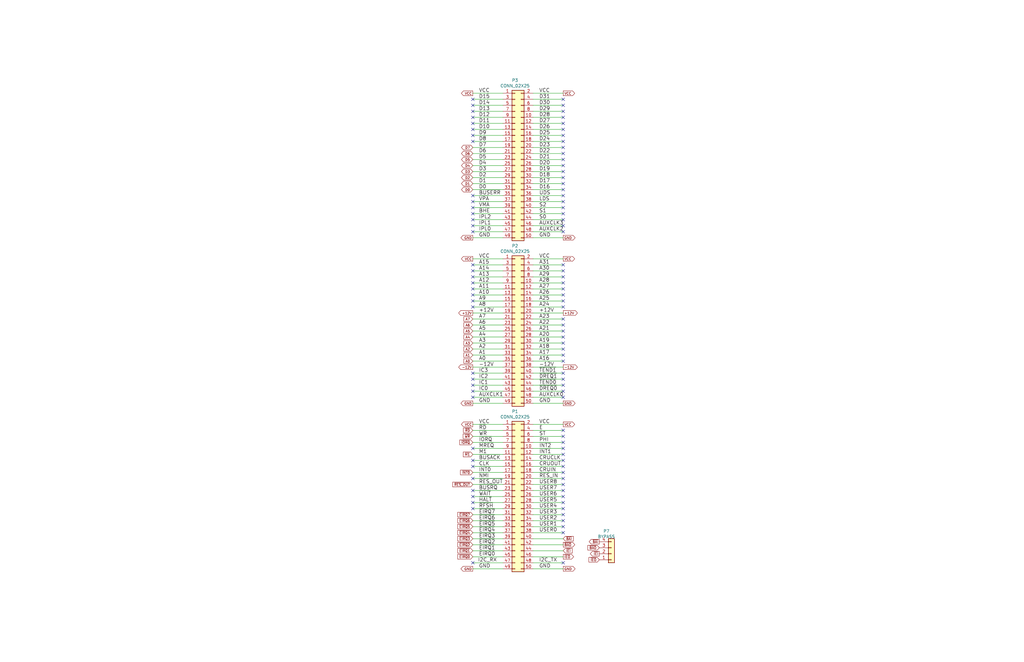
<source format=kicad_sch>
(kicad_sch (version 20211123) (generator eeschema)
  (paper "B")
  (lib_symbols
    (symbol "Connector_Generic:Conn_01x04" (pin_names (offset 1.016) hide)
      (property "Reference" "J" (at 0 5.08 0))
      (property "Value" "Conn_01x04" (at 0 -7.62 0))
      (symbol "Conn_01x04_1_1"
        (rectangle (start -1.27 -4.953) (end 0 -5.207) (stroke (width 0.1524)))
        (rectangle (start -1.27 -2.413) (end 0 -2.667) (stroke (width 0.1524)))
        (rectangle (start -1.27 0.127) (end 0 -0.127) (stroke (width 0.1524)))
        (rectangle (start -1.27 2.667) (end 0 2.413) (stroke (width 0.1524)))
        (rectangle (start -1.27 3.81) (end 1.27 -6.35) (stroke (width 0.254)) (fill (type background)))
        (pin passive line (at -5.08 2.54 0) (length 3.81) (name "Pin_1") (number "1"))
        (pin passive line (at -5.08 0 0) (length 3.81) (name "Pin_2") (number "2"))
        (pin passive line (at -5.08 -2.54 0) (length 3.81) (name "Pin_3") (number "3"))
        (pin passive line (at -5.08 -5.08 0) (length 3.81) (name "Pin_4") (number "4"))
      )
    )
    (symbol "Connector_Generic:Conn_02x25_Odd_Even" (pin_names (offset 1.016) hide)
      (property "Reference" "J" (at 1.27 33.02 0))
      (property "Value" "Conn_02x25_Odd_Even" (at 1.27 -33.02 0))
      (symbol "Conn_02x25_Odd_Even_1_1"
        (rectangle (start -1.27 -30.353) (end 0 -30.607) (stroke (width 0.1524)))
        (rectangle (start -1.27 -27.813) (end 0 -28.067) (stroke (width 0.1524)))
        (rectangle (start -1.27 -25.273) (end 0 -25.527) (stroke (width 0.1524)))
        (rectangle (start -1.27 -22.733) (end 0 -22.987) (stroke (width 0.1524)))
        (rectangle (start -1.27 -20.193) (end 0 -20.447) (stroke (width 0.1524)))
        (rectangle (start -1.27 -17.653) (end 0 -17.907) (stroke (width 0.1524)))
        (rectangle (start -1.27 -15.113) (end 0 -15.367) (stroke (width 0.1524)))
        (rectangle (start -1.27 -12.573) (end 0 -12.827) (stroke (width 0.1524)))
        (rectangle (start -1.27 -10.033) (end 0 -10.287) (stroke (width 0.1524)))
        (rectangle (start -1.27 -7.493) (end 0 -7.747) (stroke (width 0.1524)))
        (rectangle (start -1.27 -4.953) (end 0 -5.207) (stroke (width 0.1524)))
        (rectangle (start -1.27 -2.413) (end 0 -2.667) (stroke (width 0.1524)))
        (rectangle (start -1.27 0.127) (end 0 -0.127) (stroke (width 0.1524)))
        (rectangle (start -1.27 2.667) (end 0 2.413) (stroke (width 0.1524)))
        (rectangle (start -1.27 5.207) (end 0 4.953) (stroke (width 0.1524)))
        (rectangle (start -1.27 7.747) (end 0 7.493) (stroke (width 0.1524)))
        (rectangle (start -1.27 10.287) (end 0 10.033) (stroke (width 0.1524)))
        (rectangle (start -1.27 12.827) (end 0 12.573) (stroke (width 0.1524)))
        (rectangle (start -1.27 15.367) (end 0 15.113) (stroke (width 0.1524)))
        (rectangle (start -1.27 17.907) (end 0 17.653) (stroke (width 0.1524)))
        (rectangle (start -1.27 20.447) (end 0 20.193) (stroke (width 0.1524)))
        (rectangle (start -1.27 22.987) (end 0 22.733) (stroke (width 0.1524)))
        (rectangle (start -1.27 25.527) (end 0 25.273) (stroke (width 0.1524)))
        (rectangle (start -1.27 28.067) (end 0 27.813) (stroke (width 0.1524)))
        (rectangle (start -1.27 30.607) (end 0 30.353) (stroke (width 0.1524)))
        (rectangle (start -1.27 31.75) (end 3.81 -31.75) (stroke (width 0.254)) (fill (type background)))
        (rectangle (start 3.81 -30.353) (end 2.54 -30.607) (stroke (width 0.1524)))
        (rectangle (start 3.81 -27.813) (end 2.54 -28.067) (stroke (width 0.1524)))
        (rectangle (start 3.81 -25.273) (end 2.54 -25.527) (stroke (width 0.1524)))
        (rectangle (start 3.81 -22.733) (end 2.54 -22.987) (stroke (width 0.1524)))
        (rectangle (start 3.81 -20.193) (end 2.54 -20.447) (stroke (width 0.1524)))
        (rectangle (start 3.81 -17.653) (end 2.54 -17.907) (stroke (width 0.1524)))
        (rectangle (start 3.81 -15.113) (end 2.54 -15.367) (stroke (width 0.1524)))
        (rectangle (start 3.81 -12.573) (end 2.54 -12.827) (stroke (width 0.1524)))
        (rectangle (start 3.81 -10.033) (end 2.54 -10.287) (stroke (width 0.1524)))
        (rectangle (start 3.81 -7.493) (end 2.54 -7.747) (stroke (width 0.1524)))
        (rectangle (start 3.81 -4.953) (end 2.54 -5.207) (stroke (width 0.1524)))
        (rectangle (start 3.81 -2.413) (end 2.54 -2.667) (stroke (width 0.1524)))
        (rectangle (start 3.81 0.127) (end 2.54 -0.127) (stroke (width 0.1524)))
        (rectangle (start 3.81 2.667) (end 2.54 2.413) (stroke (width 0.1524)))
        (rectangle (start 3.81 5.207) (end 2.54 4.953) (stroke (width 0.1524)))
        (rectangle (start 3.81 7.747) (end 2.54 7.493) (stroke (width 0.1524)))
        (rectangle (start 3.81 10.287) (end 2.54 10.033) (stroke (width 0.1524)))
        (rectangle (start 3.81 12.827) (end 2.54 12.573) (stroke (width 0.1524)))
        (rectangle (start 3.81 15.367) (end 2.54 15.113) (stroke (width 0.1524)))
        (rectangle (start 3.81 17.907) (end 2.54 17.653) (stroke (width 0.1524)))
        (rectangle (start 3.81 20.447) (end 2.54 20.193) (stroke (width 0.1524)))
        (rectangle (start 3.81 22.987) (end 2.54 22.733) (stroke (width 0.1524)))
        (rectangle (start 3.81 25.527) (end 2.54 25.273) (stroke (width 0.1524)))
        (rectangle (start 3.81 28.067) (end 2.54 27.813) (stroke (width 0.1524)))
        (rectangle (start 3.81 30.607) (end 2.54 30.353) (stroke (width 0.1524)))
        (pin passive line (at -5.08 30.48 0) (length 3.81) (name "Pin_1") (number "1"))
        (pin passive line (at 7.62 20.32 180) (length 3.81) (name "Pin_10") (number "10"))
        (pin passive line (at -5.08 17.78 0) (length 3.81) (name "Pin_11") (number "11"))
        (pin passive line (at 7.62 17.78 180) (length 3.81) (name "Pin_12") (number "12"))
        (pin passive line (at -5.08 15.24 0) (length 3.81) (name "Pin_13") (number "13"))
        (pin passive line (at 7.62 15.24 180) (length 3.81) (name "Pin_14") (number "14"))
        (pin passive line (at -5.08 12.7 0) (length 3.81) (name "Pin_15") (number "15"))
        (pin passive line (at 7.62 12.7 180) (length 3.81) (name "Pin_16") (number "16"))
        (pin passive line (at -5.08 10.16 0) (length 3.81) (name "Pin_17") (number "17"))
        (pin passive line (at 7.62 10.16 180) (length 3.81) (name "Pin_18") (number "18"))
        (pin passive line (at -5.08 7.62 0) (length 3.81) (name "Pin_19") (number "19"))
        (pin passive line (at 7.62 30.48 180) (length 3.81) (name "Pin_2") (number "2"))
        (pin passive line (at 7.62 7.62 180) (length 3.81) (name "Pin_20") (number "20"))
        (pin passive line (at -5.08 5.08 0) (length 3.81) (name "Pin_21") (number "21"))
        (pin passive line (at 7.62 5.08 180) (length 3.81) (name "Pin_22") (number "22"))
        (pin passive line (at -5.08 2.54 0) (length 3.81) (name "Pin_23") (number "23"))
        (pin passive line (at 7.62 2.54 180) (length 3.81) (name "Pin_24") (number "24"))
        (pin passive line (at -5.08 0 0) (length 3.81) (name "Pin_25") (number "25"))
        (pin passive line (at 7.62 0 180) (length 3.81) (name "Pin_26") (number "26"))
        (pin passive line (at -5.08 -2.54 0) (length 3.81) (name "Pin_27") (number "27"))
        (pin passive line (at 7.62 -2.54 180) (length 3.81) (name "Pin_28") (number "28"))
        (pin passive line (at -5.08 -5.08 0) (length 3.81) (name "Pin_29") (number "29"))
        (pin passive line (at -5.08 27.94 0) (length 3.81) (name "Pin_3") (number "3"))
        (pin passive line (at 7.62 -5.08 180) (length 3.81) (name "Pin_30") (number "30"))
        (pin passive line (at -5.08 -7.62 0) (length 3.81) (name "Pin_31") (number "31"))
        (pin passive line (at 7.62 -7.62 180) (length 3.81) (name "Pin_32") (number "32"))
        (pin passive line (at -5.08 -10.16 0) (length 3.81) (name "Pin_33") (number "33"))
        (pin passive line (at 7.62 -10.16 180) (length 3.81) (name "Pin_34") (number "34"))
        (pin passive line (at -5.08 -12.7 0) (length 3.81) (name "Pin_35") (number "35"))
        (pin passive line (at 7.62 -12.7 180) (length 3.81) (name "Pin_36") (number "36"))
        (pin passive line (at -5.08 -15.24 0) (length 3.81) (name "Pin_37") (number "37"))
        (pin passive line (at 7.62 -15.24 180) (length 3.81) (name "Pin_38") (number "38"))
        (pin passive line (at -5.08 -17.78 0) (length 3.81) (name "Pin_39") (number "39"))
        (pin passive line (at 7.62 27.94 180) (length 3.81) (name "Pin_4") (number "4"))
        (pin passive line (at 7.62 -17.78 180) (length 3.81) (name "Pin_40") (number "40"))
        (pin passive line (at -5.08 -20.32 0) (length 3.81) (name "Pin_41") (number "41"))
        (pin passive line (at 7.62 -20.32 180) (length 3.81) (name "Pin_42") (number "42"))
        (pin passive line (at -5.08 -22.86 0) (length 3.81) (name "Pin_43") (number "43"))
        (pin passive line (at 7.62 -22.86 180) (length 3.81) (name "Pin_44") (number "44"))
        (pin passive line (at -5.08 -25.4 0) (length 3.81) (name "Pin_45") (number "45"))
        (pin passive line (at 7.62 -25.4 180) (length 3.81) (name "Pin_46") (number "46"))
        (pin passive line (at -5.08 -27.94 0) (length 3.81) (name "Pin_47") (number "47"))
        (pin passive line (at 7.62 -27.94 180) (length 3.81) (name "Pin_48") (number "48"))
        (pin passive line (at -5.08 -30.48 0) (length 3.81) (name "Pin_49") (number "49"))
        (pin passive line (at -5.08 25.4 0) (length 3.81) (name "Pin_5") (number "5"))
        (pin passive line (at 7.62 -30.48 180) (length 3.81) (name "Pin_50") (number "50"))
        (pin passive line (at 7.62 25.4 180) (length 3.81) (name "Pin_6") (number "6"))
        (pin passive line (at -5.08 22.86 0) (length 3.81) (name "Pin_7") (number "7"))
        (pin passive line (at 7.62 22.86 180) (length 3.81) (name "Pin_8") (number "8"))
        (pin passive line (at -5.08 20.32 0) (length 3.81) (name "Pin_9") (number "9"))
      )
    )
  )
  (no_connect (at 237.49 194.31))
  (no_connect (at 199.39 90.17))
  (no_connect (at 199.39 212.09))
  (no_connect (at 199.39 209.55))
  (no_connect (at 199.39 97.79))
  (no_connect (at 237.49 134.62))
  (no_connect (at 237.49 214.63))
  (no_connect (at 237.49 129.54))
  (no_connect (at 237.49 49.53))
  (no_connect (at 237.49 95.25))
  (no_connect (at 237.49 222.25))
  (no_connect (at 237.49 219.71))
  (no_connect (at 199.39 46.99))
  (no_connect (at 199.39 189.23))
  (no_connect (at 199.39 124.46))
  (no_connect (at 199.39 59.69))
  (no_connect (at 199.39 95.25))
  (no_connect (at 199.39 87.63))
  (no_connect (at 237.49 209.55))
  (no_connect (at 237.49 162.56))
  (no_connect (at 237.49 62.23))
  (no_connect (at 237.49 137.16))
  (no_connect (at 237.49 184.15))
  (no_connect (at 199.39 214.63))
  (no_connect (at 199.39 129.54))
  (no_connect (at 199.39 57.15))
  (no_connect (at 237.49 191.77))
  (no_connect (at 199.39 54.61))
  (no_connect (at 199.39 207.01))
  (no_connect (at 237.49 119.38))
  (no_connect (at 237.49 147.32))
  (no_connect (at 199.39 85.09))
  (no_connect (at 237.49 97.79))
  (no_connect (at 199.39 165.1))
  (no_connect (at 237.49 144.78))
  (no_connect (at 199.39 44.45))
  (no_connect (at 237.49 207.01))
  (no_connect (at 199.39 160.02))
  (no_connect (at 237.49 72.39))
  (no_connect (at 199.39 196.85))
  (no_connect (at 199.39 49.53))
  (no_connect (at 237.49 116.84))
  (no_connect (at 237.49 67.31))
  (no_connect (at 237.49 111.76))
  (no_connect (at 199.39 41.91))
  (no_connect (at 237.49 139.7))
  (no_connect (at 237.49 85.09))
  (no_connect (at 237.49 92.71))
  (no_connect (at 237.49 121.92))
  (no_connect (at 237.49 189.23))
  (no_connect (at 237.49 64.77))
  (no_connect (at 237.49 217.17))
  (no_connect (at 237.49 52.07))
  (no_connect (at 199.39 116.84))
  (no_connect (at 237.49 149.86))
  (no_connect (at 237.49 44.45))
  (no_connect (at 199.39 162.56))
  (no_connect (at 199.39 127))
  (no_connect (at 237.49 152.4))
  (no_connect (at 237.49 114.3))
  (no_connect (at 199.39 52.07))
  (no_connect (at 199.39 82.55))
  (no_connect (at 237.49 165.1))
  (no_connect (at 237.49 127))
  (no_connect (at 237.49 201.93))
  (no_connect (at 237.49 224.79))
  (no_connect (at 237.49 74.93))
  (no_connect (at 237.49 77.47))
  (no_connect (at 199.39 194.31))
  (no_connect (at 237.49 212.09))
  (no_connect (at 237.49 80.01))
  (no_connect (at 199.39 92.71))
  (no_connect (at 237.49 46.99))
  (no_connect (at 237.49 57.15))
  (no_connect (at 237.49 54.61))
  (no_connect (at 199.39 237.49))
  (no_connect (at 199.39 111.76))
  (no_connect (at 237.49 181.61))
  (no_connect (at 237.49 167.64))
  (no_connect (at 237.49 82.55))
  (no_connect (at 237.49 59.69))
  (no_connect (at 237.49 186.69))
  (no_connect (at 237.49 160.02))
  (no_connect (at 199.39 201.93))
  (no_connect (at 237.49 196.85))
  (no_connect (at 237.49 69.85))
  (no_connect (at 237.49 41.91))
  (no_connect (at 237.49 90.17))
  (no_connect (at 237.49 199.39))
  (no_connect (at 199.39 167.64))
  (no_connect (at 199.39 114.3))
  (no_connect (at 237.49 142.24))
  (no_connect (at 237.49 204.47))
  (no_connect (at 237.49 157.48))
  (no_connect (at 237.49 87.63))
  (no_connect (at 199.39 121.92))
  (no_connect (at 237.49 237.49))
  (no_connect (at 199.39 157.48))
  (no_connect (at 237.49 124.46))
  (no_connect (at 199.39 119.38))
  (wire (pts (xy 199.39 214.63) (xy 212.09 214.63)))
  (wire (pts (xy 199.39 137.16) (xy 212.09 137.16)))
  (wire (pts (xy 237.49 232.41) (xy 224.79 232.41)))
  (wire (pts (xy 224.79 144.78) (xy 237.49 144.78)))
  (wire (pts (xy 199.39 121.92) (xy 212.09 121.92)))
  (wire (pts (xy 212.09 97.79) (xy 199.39 97.79)))
  (wire (pts (xy 224.79 44.45) (xy 237.49 44.45)))
  (wire (pts (xy 199.39 124.46) (xy 212.09 124.46)))
  (wire (pts (xy 199.39 64.77) (xy 212.09 64.77)))
  (wire (pts (xy 224.79 114.3) (xy 237.49 114.3)))
  (wire (pts (xy 224.79 217.17) (xy 237.49 217.17)))
  (wire (pts (xy 224.79 152.4) (xy 237.49 152.4)))
  (wire (pts (xy 199.39 49.53) (xy 212.09 49.53)))
  (wire (pts (xy 199.39 217.17) (xy 212.09 217.17)))
  (wire (pts (xy 199.39 194.31) (xy 212.09 194.31)))
  (wire (pts (xy 237.49 191.77) (xy 224.79 191.77)))
  (wire (pts (xy 224.79 67.31) (xy 237.49 67.31)))
  (wire (pts (xy 199.39 67.31) (xy 212.09 67.31)))
  (wire (pts (xy 224.79 109.22) (xy 237.49 109.22)))
  (wire (pts (xy 224.79 87.63) (xy 237.49 87.63)))
  (wire (pts (xy 224.79 116.84) (xy 237.49 116.84)))
  (wire (pts (xy 224.79 69.85) (xy 237.49 69.85)))
  (wire (pts (xy 224.79 139.7) (xy 237.49 139.7)))
  (wire (pts (xy 212.09 237.49) (xy 199.39 237.49)))
  (wire (pts (xy 199.39 57.15) (xy 212.09 57.15)))
  (wire (pts (xy 199.39 116.84) (xy 212.09 116.84)))
  (wire (pts (xy 224.79 142.24) (xy 237.49 142.24)))
  (wire (pts (xy 199.39 62.23) (xy 212.09 62.23)))
  (wire (pts (xy 199.39 186.69) (xy 212.09 186.69)))
  (wire (pts (xy 199.39 132.08) (xy 212.09 132.08)))
  (wire (pts (xy 199.39 209.55) (xy 212.09 209.55)))
  (wire (pts (xy 199.39 232.41) (xy 212.09 232.41)))
  (wire (pts (xy 199.39 59.69) (xy 212.09 59.69)))
  (wire (pts (xy 224.79 127) (xy 237.49 127)))
  (wire (pts (xy 199.39 222.25) (xy 212.09 222.25)))
  (wire (pts (xy 199.39 191.77) (xy 212.09 191.77)))
  (wire (pts (xy 224.79 90.17) (xy 237.49 90.17)))
  (wire (pts (xy 224.79 219.71) (xy 237.49 219.71)))
  (wire (pts (xy 237.49 181.61) (xy 224.79 181.61)))
  (wire (pts (xy 199.39 100.33) (xy 212.09 100.33)))
  (wire (pts (xy 212.09 160.02) (xy 199.39 160.02)))
  (wire (pts (xy 224.79 49.53) (xy 237.49 49.53)))
  (wire (pts (xy 199.39 72.39) (xy 212.09 72.39)))
  (wire (pts (xy 224.79 72.39) (xy 237.49 72.39)))
  (wire (pts (xy 199.39 240.03) (xy 212.09 240.03)))
  (wire (pts (xy 199.39 144.78) (xy 212.09 144.78)))
  (wire (pts (xy 224.79 224.79) (xy 237.49 224.79)))
  (wire (pts (xy 224.79 137.16) (xy 237.49 137.16)))
  (wire (pts (xy 199.39 229.87) (xy 212.09 229.87)))
  (wire (pts (xy 224.79 92.71) (xy 237.49 92.71)))
  (wire (pts (xy 212.09 157.48) (xy 199.39 157.48)))
  (wire (pts (xy 224.79 59.69) (xy 237.49 59.69)))
  (wire (pts (xy 224.79 204.47) (xy 237.49 204.47)))
  (wire (pts (xy 199.39 119.38) (xy 212.09 119.38)))
  (wire (pts (xy 212.09 162.56) (xy 199.39 162.56)))
  (wire (pts (xy 199.39 147.32) (xy 212.09 147.32)))
  (wire (pts (xy 224.79 214.63) (xy 237.49 214.63)))
  (wire (pts (xy 224.79 160.02) (xy 237.49 160.02)))
  (wire (pts (xy 199.39 46.99) (xy 212.09 46.99)))
  (wire (pts (xy 199.39 204.47) (xy 212.09 204.47)))
  (wire (pts (xy 212.09 87.63) (xy 199.39 87.63)))
  (wire (pts (xy 224.79 74.93) (xy 237.49 74.93)))
  (wire (pts (xy 224.79 121.92) (xy 237.49 121.92)))
  (wire (pts (xy 199.39 114.3) (xy 212.09 114.3)))
  (wire (pts (xy 224.79 80.01) (xy 237.49 80.01)))
  (wire (pts (xy 224.79 62.23) (xy 237.49 62.23)))
  (wire (pts (xy 224.79 134.62) (xy 237.49 134.62)))
  (wire (pts (xy 212.09 95.25) (xy 199.39 95.25)))
  (wire (pts (xy 199.39 39.37) (xy 212.09 39.37)))
  (wire (pts (xy 199.39 224.79) (xy 212.09 224.79)))
  (wire (pts (xy 237.49 194.31) (xy 224.79 194.31)))
  (wire (pts (xy 212.09 82.55) (xy 199.39 82.55)))
  (wire (pts (xy 199.39 139.7) (xy 212.09 139.7)))
  (wire (pts (xy 199.39 129.54) (xy 212.09 129.54)))
  (wire (pts (xy 224.79 170.18) (xy 237.49 170.18)))
  (wire (pts (xy 199.39 69.85) (xy 212.09 69.85)))
  (wire (pts (xy 224.79 162.56) (xy 237.49 162.56)))
  (wire (pts (xy 199.39 201.93) (xy 212.09 201.93)))
  (wire (pts (xy 224.79 147.32) (xy 237.49 147.32)))
  (wire (pts (xy 199.39 52.07) (xy 212.09 52.07)))
  (wire (pts (xy 224.79 64.77) (xy 237.49 64.77)))
  (wire (pts (xy 224.79 201.93) (xy 237.49 201.93)))
  (wire (pts (xy 224.79 119.38) (xy 237.49 119.38)))
  (wire (pts (xy 199.39 181.61) (xy 212.09 181.61)))
  (wire (pts (xy 199.39 207.01) (xy 212.09 207.01)))
  (wire (pts (xy 224.79 157.48) (xy 237.49 157.48)))
  (wire (pts (xy 237.49 227.33) (xy 224.79 227.33)))
  (wire (pts (xy 199.39 54.61) (xy 212.09 54.61)))
  (wire (pts (xy 224.79 199.39) (xy 237.49 199.39)))
  (wire (pts (xy 224.79 100.33) (xy 237.49 100.33)))
  (wire (pts (xy 224.79 111.76) (xy 237.49 111.76)))
  (wire (pts (xy 237.49 95.25) (xy 224.79 95.25)))
  (wire (pts (xy 224.79 179.07) (xy 237.49 179.07)))
  (wire (pts (xy 199.39 142.24) (xy 212.09 142.24)))
  (wire (pts (xy 224.79 97.79) (xy 237.49 97.79)))
  (wire (pts (xy 224.79 85.09) (xy 237.49 85.09)))
  (wire (pts (xy 224.79 54.61) (xy 237.49 54.61)))
  (wire (pts (xy 224.79 149.86) (xy 237.49 149.86)))
  (wire (pts (xy 199.39 134.62) (xy 212.09 134.62)))
  (wire (pts (xy 199.39 189.23) (xy 212.09 189.23)))
  (wire (pts (xy 212.09 85.09) (xy 199.39 85.09)))
  (wire (pts (xy 199.39 80.01) (xy 212.09 80.01)))
  (wire (pts (xy 199.39 184.15) (xy 212.09 184.15)))
  (wire (pts (xy 199.39 219.71) (xy 212.09 219.71)))
  (wire (pts (xy 237.49 186.69) (xy 224.79 186.69)))
  (wire (pts (xy 224.79 167.64) (xy 237.49 167.64)))
  (wire (pts (xy 224.79 52.07) (xy 237.49 52.07)))
  (wire (pts (xy 224.79 77.47) (xy 237.49 77.47)))
  (wire (pts (xy 199.39 227.33) (xy 212.09 227.33)))
  (wire (pts (xy 199.39 109.22) (xy 212.09 109.22)))
  (wire (pts (xy 199.39 44.45) (xy 212.09 44.45)))
  (wire (pts (xy 199.39 170.18) (xy 212.09 170.18)))
  (wire (pts (xy 199.39 234.95) (xy 212.09 234.95)))
  (wire (pts (xy 224.79 39.37) (xy 237.49 39.37)))
  (wire (pts (xy 224.79 129.54) (xy 237.49 129.54)))
  (wire (pts (xy 199.39 127) (xy 212.09 127)))
  (wire (pts (xy 237.49 189.23) (xy 224.79 189.23)))
  (wire (pts (xy 199.39 196.85) (xy 212.09 196.85)))
  (wire (pts (xy 224.79 41.91) (xy 237.49 41.91)))
  (wire (pts (xy 199.39 149.86) (xy 212.09 149.86)))
  (wire (pts (xy 224.79 124.46) (xy 237.49 124.46)))
  (wire (pts (xy 224.79 212.09) (xy 237.49 212.09)))
  (wire (pts (xy 224.79 207.01) (xy 237.49 207.01)))
  (wire (pts (xy 237.49 234.95) (xy 224.79 234.95)))
  (wire (pts (xy 199.39 199.39) (xy 212.09 199.39)))
  (wire (pts (xy 224.79 46.99) (xy 237.49 46.99)))
  (wire (pts (xy 224.79 196.85) (xy 237.49 196.85)))
  (wire (pts (xy 199.39 152.4) (xy 212.09 152.4)))
  (wire (pts (xy 199.39 41.91) (xy 212.09 41.91)))
  (wire (pts (xy 199.39 77.47) (xy 212.09 77.47)))
  (wire (pts (xy 212.09 92.71) (xy 199.39 92.71)))
  (wire (pts (xy 224.79 154.94) (xy 237.49 154.94)))
  (wire (pts (xy 199.39 111.76) (xy 212.09 111.76)))
  (wire (pts (xy 199.39 179.07) (xy 212.09 179.07)))
  (wire (pts (xy 237.49 184.15) (xy 224.79 184.15)))
  (wire (pts (xy 224.79 165.1) (xy 237.49 165.1)))
  (wire (pts (xy 199.39 212.09) (xy 212.09 212.09)))
  (wire (pts (xy 224.79 240.03) (xy 237.49 240.03)))
  (wire (pts (xy 237.49 237.49) (xy 224.79 237.49)))
  (wire (pts (xy 224.79 132.08) (xy 237.49 132.08)))
  (wire (pts (xy 199.39 74.93) (xy 212.09 74.93)))
  (wire (pts (xy 212.09 165.1) (xy 199.39 165.1)))
  (wire (pts (xy 224.79 209.55) (xy 237.49 209.55)))
  (wire (pts (xy 224.79 57.15) (xy 237.49 57.15)))
  (wire (pts (xy 199.39 154.94) (xy 212.09 154.94)))
  (wire (pts (xy 199.39 167.64) (xy 212.09 167.64)))
  (wire (pts (xy 212.09 90.17) (xy 199.39 90.17)))
  (wire (pts (xy 224.79 82.55) (xy 237.49 82.55)))
  (wire (pts (xy 237.49 229.87) (xy 224.79 229.87)))
  (wire (pts (xy 224.79 222.25) (xy 237.49 222.25)))
  (label "CRUCLK" (at 227.33 194.31 0) (effects (font (size 1.524 1.524))))
  (label "~{EIRQ3}" (at 201.93 227.33 0) (effects (font (size 1.524 1.524))))
  (label "~{WAIT}" (at 201.93 209.55 0) (effects (font (size 1.524 1.524))))
  (label "D0" (at 201.93 80.01 0) (effects (font (size 1.524 1.524))))
  (label "A30" (at 227.33 114.3 0) (effects (font (size 1.524 1.524))))
  (label "D3" (at 201.93 72.39 0) (effects (font (size 1.524 1.524))))
  (label "A17" (at 227.33 149.86 0) (effects (font (size 1.524 1.524))))
  (label "A28" (at 227.33 119.38 0) (effects (font (size 1.524 1.524))))
  (label "D16" (at 227.33 80.01 0) (effects (font (size 1.524 1.524))))
  (label "~{RD}" (at 201.93 181.61 0) (effects (font (size 1.524 1.524))))
  (label "D31" (at 227.33 41.91 0) (effects (font (size 1.524 1.524))))
  (label "D22" (at 227.33 64.77 0) (effects (font (size 1.524 1.524))))
  (label "A8" (at 201.93 129.54 0) (effects (font (size 1.524 1.524))))
  (label "+12V" (at 201.93 132.08 0) (effects (font (size 1.524 1.524))))
  (label "A11" (at 201.93 121.92 0) (effects (font (size 1.524 1.524))))
  (label "GND" (at 227.33 240.03 0) (effects (font (size 1.524 1.524))))
  (label "D13" (at 201.93 46.99 0) (effects (font (size 1.524 1.524))))
  (label "~{EIRQ0}" (at 201.93 234.95 0) (effects (font (size 1.524 1.524))))
  (label "~{TEND0}" (at 227.33 162.56 0) (effects (font (size 1.524 1.524))))
  (label "~{EIRQ2}" (at 201.93 229.87 0) (effects (font (size 1.524 1.524))))
  (label "A27" (at 227.33 121.92 0) (effects (font (size 1.524 1.524))))
  (label "D20" (at 227.33 69.85 0) (effects (font (size 1.524 1.524))))
  (label "A9" (at 201.93 127 0) (effects (font (size 1.524 1.524))))
  (label "D4" (at 201.93 69.85 0) (effects (font (size 1.524 1.524))))
  (label "D5" (at 201.93 67.31 0) (effects (font (size 1.524 1.524))))
  (label "D29" (at 227.33 46.99 0) (effects (font (size 1.524 1.524))))
  (label "~{NMI}" (at 201.93 201.93 0) (effects (font (size 1.524 1.524))))
  (label "D7" (at 201.93 62.23 0) (effects (font (size 1.524 1.524))))
  (label "-12V" (at 201.93 154.94 0) (effects (font (size 1.524 1.524))))
  (label "D27" (at 227.33 52.07 0) (effects (font (size 1.524 1.524))))
  (label "D21" (at 227.33 67.31 0) (effects (font (size 1.524 1.524))))
  (label "USER7" (at 227.33 207.01 0) (effects (font (size 1.524 1.524))))
  (label "IPL0" (at 201.93 97.79 0) (effects (font (size 1.524 1.524))))
  (label "A7" (at 201.93 134.62 0) (effects (font (size 1.524 1.524))))
  (label "~{M1}" (at 201.93 191.77 0) (effects (font (size 1.524 1.524))))
  (label "D23" (at 227.33 62.23 0) (effects (font (size 1.524 1.524))))
  (label "~{BHE}" (at 201.93 90.17 0) (effects (font (size 1.524 1.524))))
  (label "AUXCLK0" (at 227.33 167.64 0) (effects (font (size 1.524 1.524))))
  (label "~{BUSRQ}" (at 201.93 207.01 0) (effects (font (size 1.524 1.524))))
  (label "~{VMA}" (at 201.93 87.63 0) (effects (font (size 1.524 1.524))))
  (label "AUXCLK3" (at 227.33 95.25 0) (effects (font (size 1.524 1.524))))
  (label "USER2" (at 227.33 219.71 0) (effects (font (size 1.524 1.524))))
  (label "D6" (at 201.93 64.77 0) (effects (font (size 1.524 1.524))))
  (label "E" (at 227.33 181.61 0) (effects (font (size 1.524 1.524))))
  (label "~{EIRQ7}" (at 201.93 217.17 0) (effects (font (size 1.524 1.524))))
  (label "~{WR}" (at 201.93 184.15 0) (effects (font (size 1.524 1.524))))
  (label "USER6" (at 227.33 209.55 0) (effects (font (size 1.524 1.524))))
  (label "S1" (at 227.33 90.17 0) (effects (font (size 1.524 1.524))))
  (label "A19" (at 227.33 144.78 0) (effects (font (size 1.524 1.524))))
  (label "VCC" (at 201.93 109.22 0) (effects (font (size 1.524 1.524))))
  (label "USER4" (at 227.33 214.63 0) (effects (font (size 1.524 1.524))))
  (label "D1" (at 201.93 77.47 0) (effects (font (size 1.524 1.524))))
  (label "PHI" (at 227.33 186.69 0) (effects (font (size 1.524 1.524))))
  (label "~{EIRQ5}" (at 201.93 222.25 0) (effects (font (size 1.524 1.524))))
  (label "UDS" (at 227.33 82.55 0) (effects (font (size 1.524 1.524))))
  (label "D24" (at 227.33 59.69 0) (effects (font (size 1.524 1.524))))
  (label "A3" (at 201.93 144.78 0) (effects (font (size 1.524 1.524))))
  (label "USER1" (at 227.33 222.25 0) (effects (font (size 1.524 1.524))))
  (label "D26" (at 227.33 54.61 0) (effects (font (size 1.524 1.524))))
  (label "~{BUSERR}" (at 201.93 82.55 0) (effects (font (size 1.524 1.524))))
  (label "GND" (at 227.33 100.33 0) (effects (font (size 1.524 1.524))))
  (label "GND" (at 201.93 170.18 0) (effects (font (size 1.524 1.524))))
  (label "D2" (at 201.93 74.93 0) (effects (font (size 1.524 1.524))))
  (label "A13" (at 201.93 116.84 0) (effects (font (size 1.524 1.524))))
  (label "D28" (at 227.33 49.53 0) (effects (font (size 1.524 1.524))))
  (label "IC1" (at 201.93 162.56 0) (effects (font (size 1.524 1.524))))
  (label "VCC" (at 201.93 39.37 0) (effects (font (size 1.524 1.524))))
  (label "A10" (at 201.93 124.46 0) (effects (font (size 1.524 1.524))))
  (label "D12" (at 201.93 49.53 0) (effects (font (size 1.524 1.524))))
  (label "A2" (at 201.93 147.32 0) (effects (font (size 1.524 1.524))))
  (label "USER3" (at 227.33 217.17 0) (effects (font (size 1.524 1.524))))
  (label "VCC" (at 227.33 109.22 0) (effects (font (size 1.524 1.524))))
  (label "ST" (at 227.33 184.15 0) (effects (font (size 1.524 1.524))))
  (label "~{HALT}" (at 201.93 212.09 0) (effects (font (size 1.524 1.524))))
  (label "D10" (at 201.93 54.61 0) (effects (font (size 1.524 1.524))))
  (label "D25" (at 227.33 57.15 0) (effects (font (size 1.524 1.524))))
  (label "A14" (at 201.93 114.3 0) (effects (font (size 1.524 1.524))))
  (label "A0" (at 201.93 152.4 0) (effects (font (size 1.524 1.524))))
  (label "~{EIRQ6}" (at 201.93 219.71 0) (effects (font (size 1.524 1.524))))
  (label "D30" (at 227.33 44.45 0) (effects (font (size 1.524 1.524))))
  (label "A18" (at 227.33 147.32 0) (effects (font (size 1.524 1.524))))
  (label "D17" (at 227.33 77.47 0) (effects (font (size 1.524 1.524))))
  (label "~{MREQ}" (at 201.93 189.23 0) (effects (font (size 1.524 1.524))))
  (label "D18" (at 227.33 74.93 0) (effects (font (size 1.524 1.524))))
  (label "A5" (at 201.93 139.7 0) (effects (font (size 1.524 1.524))))
  (label "IPL2" (at 201.93 92.71 0) (effects (font (size 1.524 1.524))))
  (label "I2C_RX" (at 209.55 237.49 180) (effects (font (size 1.524 1.524))))
  (label "VCC" (at 201.93 179.07 0) (effects (font (size 1.524 1.524))))
  (label "IC0" (at 201.93 165.1 0) (effects (font (size 1.524 1.524))))
  (label "A24" (at 227.33 129.54 0) (effects (font (size 1.524 1.524))))
  (label "~{RES_IN}" (at 227.33 201.93 0) (effects (font (size 1.524 1.524))))
  (label "USER0" (at 227.33 224.79 0) (effects (font (size 1.524 1.524))))
  (label "D8" (at 201.93 59.69 0) (effects (font (size 1.524 1.524))))
  (label "~{EIRQ4}" (at 201.93 224.79 0) (effects (font (size 1.524 1.524))))
  (label "~{DREQ1}" (at 227.33 160.02 0) (effects (font (size 1.524 1.524))))
  (label "GND" (at 201.93 240.03 0) (effects (font (size 1.524 1.524))))
  (label "A20" (at 227.33 142.24 0) (effects (font (size 1.524 1.524))))
  (label "USER8" (at 227.33 204.47 0) (effects (font (size 1.524 1.524))))
  (label "D19" (at 227.33 72.39 0) (effects (font (size 1.524 1.524))))
  (label "A1" (at 201.93 149.86 0) (effects (font (size 1.524 1.524))))
  (label "+12V" (at 227.33 132.08 0) (effects (font (size 1.524 1.524))))
  (label "~{INT0}" (at 201.93 199.39 0) (effects (font (size 1.524 1.524))))
  (label "I2C_TX" (at 234.95 237.49 180) (effects (font (size 1.524 1.524))))
  (label "~{IORQ}" (at 201.93 186.69 0) (effects (font (size 1.524 1.524))))
  (label "~{RES_OUT}" (at 201.93 204.47 0) (effects (font (size 1.524 1.524))))
  (label "A29" (at 227.33 116.84 0) (effects (font (size 1.524 1.524))))
  (label "D11" (at 201.93 52.07 0) (effects (font (size 1.524 1.524))))
  (label "LDS" (at 227.33 85.09 0) (effects (font (size 1.524 1.524))))
  (label "A26" (at 227.33 124.46 0) (effects (font (size 1.524 1.524))))
  (label "CRUIN" (at 227.33 199.39 0) (effects (font (size 1.524 1.524))))
  (label "~{RFSH}" (at 201.93 214.63 0) (effects (font (size 1.524 1.524))))
  (label "~{BUSACK}" (at 201.93 194.31 0) (effects (font (size 1.524 1.524))))
  (label "~{TEND1}" (at 227.33 157.48 0) (effects (font (size 1.524 1.524))))
  (label "~{INT1}" (at 227.33 191.77 0) (effects (font (size 1.524 1.524))))
  (label "A15" (at 201.93 111.76 0) (effects (font (size 1.524 1.524))))
  (label "IC2" (at 201.93 160.02 0) (effects (font (size 1.524 1.524))))
  (label "A31" (at 227.33 111.76 0) (effects (font (size 1.524 1.524))))
  (label "AUXCLK2" (at 227.33 97.79 0) (effects (font (size 1.524 1.524))))
  (label "D15" (at 201.93 41.91 0) (effects (font (size 1.524 1.524))))
  (label "A22" (at 227.33 137.16 0) (effects (font (size 1.524 1.524))))
  (label "S2" (at 227.33 87.63 0) (effects (font (size 1.524 1.524))))
  (label "A12" (at 201.93 119.38 0) (effects (font (size 1.524 1.524))))
  (label "D14" (at 201.93 44.45 0) (effects (font (size 1.524 1.524))))
  (label "VCC" (at 227.33 179.07 0) (effects (font (size 1.524 1.524))))
  (label "~{EIRQ1}" (at 201.93 232.41 0) (effects (font (size 1.524 1.524))))
  (label "A25" (at 227.33 127 0) (effects (font (size 1.524 1.524))))
  (label "D9" (at 201.93 57.15 0) (effects (font (size 1.524 1.524))))
  (label "GND" (at 201.93 100.33 0) (effects (font (size 1.524 1.524))))
  (label "~{INT2}" (at 227.33 189.23 0) (effects (font (size 1.524 1.524))))
  (label "A21" (at 227.33 139.7 0) (effects (font (size 1.524 1.524))))
  (label "CLK" (at 201.93 196.85 0) (effects (font (size 1.524 1.524))))
  (label "-12V" (at 227.33 154.94 0) (effects (font (size 1.524 1.524))))
  (label "IPL1" (at 201.93 95.25 0) (effects (font (size 1.524 1.524))))
  (label "A16" (at 227.33 152.4 0) (effects (font (size 1.524 1.524))))
  (label "AUXCLK1" (at 201.93 167.64 0) (effects (font (size 1.524 1.524))))
  (label "~{DREQ0}" (at 227.33 165.1 0) (effects (font (size 1.524 1.524))))
  (label "VCC" (at 227.33 39.37 0) (effects (font (size 1.524 1.524))))
  (label "A23" (at 227.33 134.62 0) (effects (font (size 1.524 1.524))))
  (label "~{VPA}" (at 201.93 85.09 0) (effects (font (size 1.524 1.524))))
  (label "A4" (at 201.93 142.24 0) (effects (font (size 1.524 1.524))))
  (label "A6" (at 201.93 137.16 0) (effects (font (size 1.524 1.524))))
  (label "GND" (at 227.33 170.18 0) (effects (font (size 1.524 1.524))))
  (label "USER5" (at 227.33 212.09 0) (effects (font (size 1.524 1.524))))
  (label "S0" (at 227.33 92.71 0) (effects (font (size 1.524 1.524))))
  (label "CRUOUT" (at 227.33 196.85 0) (effects (font (size 1.524 1.524))))
  (label "IC3" (at 201.93 157.48 0) (effects (font (size 1.524 1.524))))
  (global_label "~{IORQ}" (shape input) (at 199.39 186.69 180) (effects (font (size 1.016 1.016))) (property "Intersheet References" "${INTERSHEET_REFS}" (effects hide)))
  (global_label "A5" (shape input) (at 199.39 139.7 180) (effects (font (size 1.016 1.016))) (property "Intersheet References" "${INTERSHEET_REFS}" (effects hide)))
  (global_label "GND" (shape output) (at 237.49 240.03 0) (effects (font (size 1.016 1.016))) (property "Intersheet References" "${INTERSHEET_REFS}" (effects hide)))
  (global_label "A2" (shape input) (at 199.39 147.32 180) (effects (font (size 1.016 1.016))) (property "Intersheet References" "${INTERSHEET_REFS}" (effects hide)))
  (global_label "~{RES_OUT}" (shape input) (at 199.39 204.47 180) (effects (font (size 1.016 1.016))) (property "Intersheet References" "${INTERSHEET_REFS}" (effects hide)))
  (global_label "~{EIRQ7}" (shape input) (at 199.39 217.17 180) (effects (font (size 1.016 1.016))) (property "Intersheet References" "${INTERSHEET_REFS}" (effects hide)))
  (global_label "~{EIRQ5}" (shape input) (at 199.39 222.25 180) (effects (font (size 1.016 1.016))) (property "Intersheet References" "${INTERSHEET_REFS}" (effects hide)))
  (global_label "GND" (shape output) (at 237.49 170.18 0) (effects (font (size 1.016 1.016))) (property "Intersheet References" "${INTERSHEET_REFS}" (effects hide)))
  (global_label "A0" (shape input) (at 199.39 152.4 180) (effects (font (size 1.016 1.016))) (property "Intersheet References" "${INTERSHEET_REFS}" (effects hide)))
  (global_label "-12V" (shape output) (at 237.49 154.94 0) (effects (font (size 1.016 1.016))) (property "Intersheet References" "${INTERSHEET_REFS}" (effects hide)))
  (global_label "A3" (shape input) (at 199.39 144.78 180) (effects (font (size 1.016 1.016))) (property "Intersheet References" "${INTERSHEET_REFS}" (effects hide)))
  (global_label "~{WR}" (shape input) (at 199.39 184.15 180) (effects (font (size 1.016 1.016))) (property "Intersheet References" "${INTERSHEET_REFS}" (effects hide)))
  (global_label "~{IEI}" (shape input) (at 237.49 232.41 0) (effects (font (size 1.016 1.016))) (property "Intersheet References" "${INTERSHEET_REFS}" (effects hide)))
  (global_label "+12V" (shape output) (at 237.49 132.08 0) (effects (font (size 1.016 1.016))) (property "Intersheet References" "${INTERSHEET_REFS}" (effects hide)))
  (global_label "~{IEO}" (shape input) (at 252.73 236.22 180) (effects (font (size 1.016 1.016))) (property "Intersheet References" "${INTERSHEET_REFS}" (effects hide)))
  (global_label "~{INT0}" (shape input) (at 199.39 199.39 180) (effects (font (size 1.016 1.016))) (property "Intersheet References" "${INTERSHEET_REFS}" (effects hide)))
  (global_label "D5" (shape bidirectional) (at 199.39 67.31 180) (effects (font (size 1.016 1.016))) (property "Intersheet References" "${INTERSHEET_REFS}" (effects hide)))
  (global_label "D3" (shape bidirectional) (at 199.39 72.39 180) (effects (font (size 1.016 1.016))) (property "Intersheet References" "${INTERSHEET_REFS}" (effects hide)))
  (global_label "GND" (shape output) (at 237.49 100.33 0) (effects (font (size 1.016 1.016))) (property "Intersheet References" "${INTERSHEET_REFS}" (effects hide)))
  (global_label "A7" (shape input) (at 199.39 134.62 180) (effects (font (size 1.016 1.016))) (property "Intersheet References" "${INTERSHEET_REFS}" (effects hide)))
  (global_label "~{EIRQ4}" (shape input) (at 199.39 224.79 180) (effects (font (size 1.016 1.016))) (property "Intersheet References" "${INTERSHEET_REFS}" (effects hide)))
  (global_label "~{EIRQ3}" (shape input) (at 199.39 227.33 180) (effects (font (size 1.016 1.016))) (property "Intersheet References" "${INTERSHEET_REFS}" (effects hide)))
  (global_label "VCC" (shape output) (at 237.49 109.22 0) (effects (font (size 1.016 1.016))) (property "Intersheet References" "${INTERSHEET_REFS}" (effects hide)))
  (global_label "VCC" (shape output) (at 199.39 179.07 180) (effects (font (size 1.016 1.016))) (property "Intersheet References" "${INTERSHEET_REFS}" (effects hide)))
  (global_label "VCC" (shape output) (at 237.49 179.07 0) (effects (font (size 1.016 1.016))) (property "Intersheet References" "${INTERSHEET_REFS}" (effects hide)))
  (global_label "~{EIRQ2}" (shape input) (at 199.39 229.87 180) (effects (font (size 1.016 1.016))) (property "Intersheet References" "${INTERSHEET_REFS}" (effects hide)))
  (global_label "~{BAI}" (shape output) (at 252.73 228.6 180) (effects (font (size 1.016 1.016))) (property "Intersheet References" "${INTERSHEET_REFS}" (effects hide)))
  (global_label "A6" (shape input) (at 199.39 137.16 180) (effects (font (size 1.016 1.016))) (property "Intersheet References" "${INTERSHEET_REFS}" (effects hide)))
  (global_label "~{RD}" (shape input) (at 199.39 181.61 180) (effects (font (size 1.016 1.016))) (property "Intersheet References" "${INTERSHEET_REFS}" (effects hide)))
  (global_label "A4" (shape input) (at 199.39 142.24 180) (effects (font (size 1.016 1.016))) (property "Intersheet References" "${INTERSHEET_REFS}" (effects hide)))
  (global_label "~{IEI}" (shape output) (at 252.73 233.68 180) (effects (font (size 1.016 1.016))) (property "Intersheet References" "${INTERSHEET_REFS}" (effects hide)))
  (global_label "A1" (shape input) (at 199.39 149.86 180) (effects (font (size 1.016 1.016))) (property "Intersheet References" "${INTERSHEET_REFS}" (effects hide)))
  (global_label "~{M1}" (shape input) (at 199.39 191.77 180) (effects (font (size 1.016 1.016))) (property "Intersheet References" "${INTERSHEET_REFS}" (effects hide)))
  (global_label "-12V" (shape output) (at 199.39 154.94 180) (effects (font (size 1.016 1.016))) (property "Intersheet References" "${INTERSHEET_REFS}" (effects hide)))
  (global_label "D1" (shape bidirectional) (at 199.39 77.47 180) (effects (font (size 1.016 1.016))) (property "Intersheet References" "${INTERSHEET_REFS}" (effects hide)))
  (global_label "VCC" (shape output) (at 237.49 39.37 0) (effects (font (size 1.016 1.016))) (property "Intersheet References" "${INTERSHEET_REFS}" (effects hide)))
  (global_label "D0" (shape bidirectional) (at 199.39 80.01 180) (effects (font (size 1.016 1.016))) (property "Intersheet References" "${INTERSHEET_REFS}" (effects hide)))
  (global_label "~{EIRQ0}" (shape input) (at 199.39 234.95 180) (effects (font (size 1.016 1.016))) (property "Intersheet References" "${INTERSHEET_REFS}" (effects hide)))
  (global_label "GND" (shape output) (at 199.39 100.33 180) (effects (font (size 1.016 1.016))) (property "Intersheet References" "${INTERSHEET_REFS}" (effects hide)))
  (global_label "D4" (shape bidirectional) (at 199.39 69.85 180) (effects (font (size 1.016 1.016))) (property "Intersheet References" "${INTERSHEET_REFS}" (effects hide)))
  (global_label "D7" (shape bidirectional) (at 199.39 62.23 180) (effects (font (size 1.016 1.016))) (property "Intersheet References" "${INTERSHEET_REFS}" (effects hide)))
  (global_label "~{BAO}" (shape output) (at 237.49 229.87 0) (effects (font (size 1.016 1.016))) (property "Intersheet References" "${INTERSHEET_REFS}" (effects hide)))
  (global_label "~{EIRQ6}" (shape input) (at 199.39 219.71 180) (effects (font (size 1.016 1.016))) (property "Intersheet References" "${INTERSHEET_REFS}" (effects hide)))
  (global_label "+12V" (shape output) (at 199.39 132.08 180) (effects (font (size 1.016 1.016))) (property "Intersheet References" "${INTERSHEET_REFS}" (effects hide)))
  (global_label "GND" (shape output) (at 199.39 240.03 180) (effects (font (size 1.016 1.016))) (property "Intersheet References" "${INTERSHEET_REFS}" (effects hide)))
  (global_label "D6" (shape bidirectional) (at 199.39 64.77 180) (effects (font (size 1.016 1.016))) (property "Intersheet References" "${INTERSHEET_REFS}" (effects hide)))
  (global_label "D2" (shape bidirectional) (at 199.39 74.93 180) (effects (font (size 1.016 1.016))) (property "Intersheet References" "${INTERSHEET_REFS}" (effects hide)))
  (global_label "~{EIRQ1}" (shape input) (at 199.39 232.41 180) (effects (font (size 1.016 1.016))) (property "Intersheet References" "${INTERSHEET_REFS}" (effects hide)))
  (global_label "VCC" (shape output) (at 199.39 109.22 180) (effects (font (size 1.016 1.016))) (property "Intersheet References" "${INTERSHEET_REFS}" (effects hide)))
  (global_label "~{IEO}" (shape output) (at 237.49 234.95 0) (effects (font (size 1.016 1.016))) (property "Intersheet References" "${INTERSHEET_REFS}" (effects hide)))
  (global_label "~{BAI}" (shape input) (at 237.49 227.33 0) (effects (font (size 1.016 1.016))) (property "Intersheet References" "${INTERSHEET_REFS}" (effects hide)))
  (global_label "GND" (shape output) (at 199.39 170.18 180) (effects (font (size 1.016 1.016))) (property "Intersheet References" "${INTERSHEET_REFS}" (effects hide)))
  (global_label "~{BAO}" (shape input) (at 252.73 231.14 180) (effects (font (size 1.016 1.016))) (property "Intersheet References" "${INTERSHEET_REFS}" (effects hide)))
  (global_label "VCC" (shape output) (at 199.39 39.37 180) (effects (font (size 1.016 1.016))) (property "Intersheet References" "${INTERSHEET_REFS}" (effects hide)))
  (symbol (lib_id "Connector_Generic:Conn_01x04") (at 257.81 233.68 0) (mirror x) (unit 1)
    (property "Reference" "P7" (at 255.7018 224.155 0))
    (property "Value" "BYPASS" (at 255.7018 226.4664 0))
    (property "Footprint" "Connector_PinHeader_2.54mm:PinHeader_1x04_P2.54mm_Vertical" (effects hide))
  )
  (symbol (lib_id "Connector_Generic:Conn_02x25_Odd_Even") (at 217.17 209.55 0) (unit 1)
    (property "Reference" "P1" (at 217.17 173.609 0))
    (property "Value" "CONN_02X25" (at 217.17 175.9204 0))
    (property "Footprint" "Connector_IDC:IDC-Header_2x25_P2.54mm_Horizontal" (effects hide))
  )
  (symbol (lib_id "Connector_Generic:Conn_02x25_Odd_Even") (at 217.17 139.7 0) (unit 1)
    (property "Reference" "P2" (at 217.17 103.759 0))
    (property "Value" "CONN_02X25" (at 217.17 106.0704 0))
    (property "Footprint" "Connector_IDC:IDC-Header_2x25_P2.54mm_Horizontal" (effects hide))
  )
  (symbol (lib_id "Connector_Generic:Conn_02x25_Odd_Even") (at 217.17 69.85 0) (unit 1)
    (property "Reference" "P3" (at 217.17 33.909 0))
    (property "Value" "CONN_02X25" (at 217.17 36.2204 0))
    (property "Footprint" "Connector_IDC:IDC-Header_2x25_P2.54mm_Horizontal" (effects hide))
  )
)
</source>
